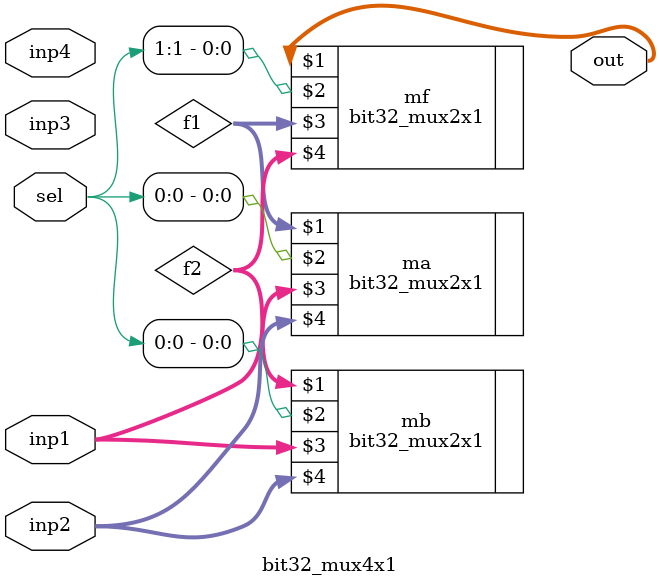
<source format=v>
`include "\bit32_mux2x1.v"
module bit32_mux4x1(out, sel, inp1, inp2, inp3, inp4);
	input [31:0] inp1, inp2, inp3, inp4;
	input [1:0] sel;
	output [31:0] out;
	wire [31:0] f1, f2;
	
	bit32_mux2x1 ma(f1[31:0], sel[0], inp1[31:0], inp2[31:0]);
	bit32_mux2x1 mb(f2[31:0], sel[0], inp1[31:0], inp2[31:0]);
	bit32_mux2x1 mf(out[31:0], sel[1], f1[31:0], f2[31:0]);
	
endmodule
</source>
